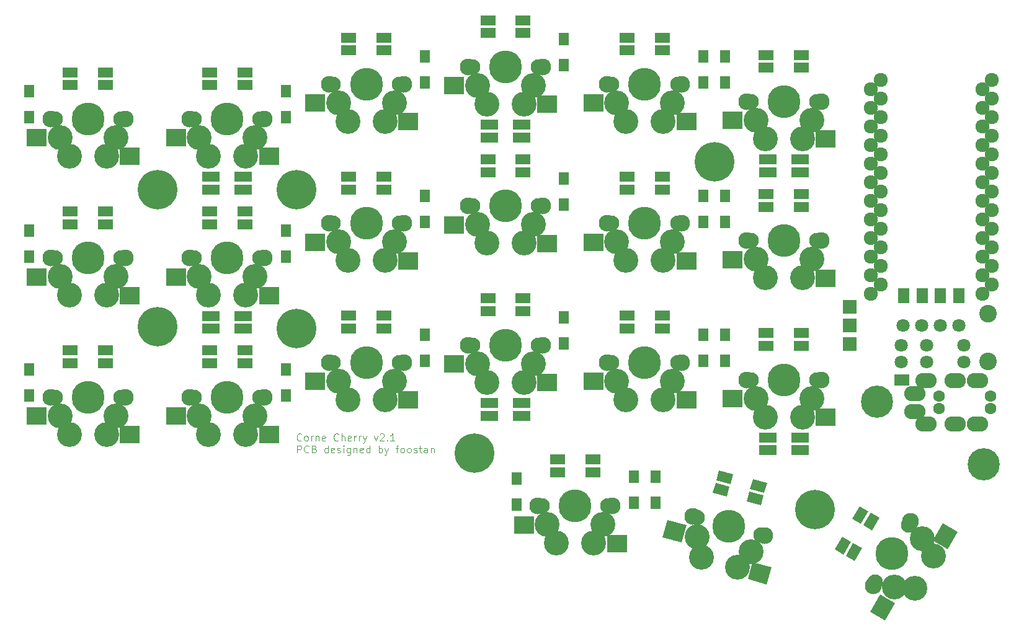
<source format=gts>
G04 #@! TF.GenerationSoftware,KiCad,Pcbnew,(5.1.6)-1*
G04 #@! TF.CreationDate,2020-05-17T06:20:34+03:00*
G04 #@! TF.ProjectId,corne-cherry,636f726e-652d-4636-9865-7272792e6b69,2.1*
G04 #@! TF.SameCoordinates,Original*
G04 #@! TF.FileFunction,Soldermask,Top*
G04 #@! TF.FilePolarity,Negative*
%FSLAX46Y46*%
G04 Gerber Fmt 4.6, Leading zero omitted, Abs format (unit mm)*
G04 Created by KiCad (PCBNEW (5.1.6)-1) date 2020-05-17 06:20:34*
%MOMM*%
%LPD*%
G01*
G04 APERTURE LIST*
%ADD10C,0.125000*%
%ADD11C,2.100000*%
%ADD12C,2.300000*%
%ADD13C,4.500000*%
%ADD14C,3.400000*%
%ADD15C,0.100000*%
%ADD16R,2.700000X2.400000*%
%ADD17C,1.600000*%
%ADD18O,2.900000X2.100000*%
%ADD19R,2.400000X1.400000*%
%ADD20R,2.000000X1.400000*%
%ADD21C,1.924000*%
%ADD22R,1.350000X1.700000*%
%ADD23C,1.797000*%
%ADD24R,1.543000X1.035000*%
%ADD25R,1.924000X1.924000*%
%ADD26C,5.400000*%
%ADD27C,4.400000*%
%ADD28C,2.400000*%
%ADD29R,0.800000X0.800000*%
%ADD30R,1.000000X1.543000*%
G04 APERTURE END LIST*
D10*
X99140773Y-120994642D02*
X99093154Y-121042261D01*
X98950297Y-121089880D01*
X98855059Y-121089880D01*
X98712202Y-121042261D01*
X98616964Y-120947023D01*
X98569345Y-120851785D01*
X98521726Y-120661309D01*
X98521726Y-120518452D01*
X98569345Y-120327976D01*
X98616964Y-120232738D01*
X98712202Y-120137500D01*
X98855059Y-120089880D01*
X98950297Y-120089880D01*
X99093154Y-120137500D01*
X99140773Y-120185119D01*
X99712202Y-121089880D02*
X99616964Y-121042261D01*
X99569345Y-120994642D01*
X99521726Y-120899404D01*
X99521726Y-120613690D01*
X99569345Y-120518452D01*
X99616964Y-120470833D01*
X99712202Y-120423214D01*
X99855059Y-120423214D01*
X99950297Y-120470833D01*
X99997916Y-120518452D01*
X100045535Y-120613690D01*
X100045535Y-120899404D01*
X99997916Y-120994642D01*
X99950297Y-121042261D01*
X99855059Y-121089880D01*
X99712202Y-121089880D01*
X100474107Y-121089880D02*
X100474107Y-120423214D01*
X100474107Y-120613690D02*
X100521726Y-120518452D01*
X100569345Y-120470833D01*
X100664583Y-120423214D01*
X100759821Y-120423214D01*
X101093154Y-120423214D02*
X101093154Y-121089880D01*
X101093154Y-120518452D02*
X101140773Y-120470833D01*
X101236011Y-120423214D01*
X101378869Y-120423214D01*
X101474107Y-120470833D01*
X101521726Y-120566071D01*
X101521726Y-121089880D01*
X102378869Y-121042261D02*
X102283630Y-121089880D01*
X102093154Y-121089880D01*
X101997916Y-121042261D01*
X101950297Y-120947023D01*
X101950297Y-120566071D01*
X101997916Y-120470833D01*
X102093154Y-120423214D01*
X102283630Y-120423214D01*
X102378869Y-120470833D01*
X102426488Y-120566071D01*
X102426488Y-120661309D01*
X101950297Y-120756547D01*
X104188392Y-120994642D02*
X104140773Y-121042261D01*
X103997916Y-121089880D01*
X103902678Y-121089880D01*
X103759821Y-121042261D01*
X103664583Y-120947023D01*
X103616964Y-120851785D01*
X103569345Y-120661309D01*
X103569345Y-120518452D01*
X103616964Y-120327976D01*
X103664583Y-120232738D01*
X103759821Y-120137500D01*
X103902678Y-120089880D01*
X103997916Y-120089880D01*
X104140773Y-120137500D01*
X104188392Y-120185119D01*
X104616964Y-121089880D02*
X104616964Y-120089880D01*
X105045535Y-121089880D02*
X105045535Y-120566071D01*
X104997916Y-120470833D01*
X104902678Y-120423214D01*
X104759821Y-120423214D01*
X104664583Y-120470833D01*
X104616964Y-120518452D01*
X105902678Y-121042261D02*
X105807440Y-121089880D01*
X105616964Y-121089880D01*
X105521726Y-121042261D01*
X105474107Y-120947023D01*
X105474107Y-120566071D01*
X105521726Y-120470833D01*
X105616964Y-120423214D01*
X105807440Y-120423214D01*
X105902678Y-120470833D01*
X105950297Y-120566071D01*
X105950297Y-120661309D01*
X105474107Y-120756547D01*
X106378869Y-121089880D02*
X106378869Y-120423214D01*
X106378869Y-120613690D02*
X106426488Y-120518452D01*
X106474107Y-120470833D01*
X106569345Y-120423214D01*
X106664583Y-120423214D01*
X106997916Y-121089880D02*
X106997916Y-120423214D01*
X106997916Y-120613690D02*
X107045535Y-120518452D01*
X107093154Y-120470833D01*
X107188392Y-120423214D01*
X107283630Y-120423214D01*
X107521726Y-120423214D02*
X107759821Y-121089880D01*
X107997916Y-120423214D02*
X107759821Y-121089880D01*
X107664583Y-121327976D01*
X107616964Y-121375595D01*
X107521726Y-121423214D01*
X109045535Y-120423214D02*
X109283630Y-121089880D01*
X109521726Y-120423214D01*
X109855059Y-120185119D02*
X109902678Y-120137500D01*
X109997916Y-120089880D01*
X110236011Y-120089880D01*
X110331250Y-120137500D01*
X110378869Y-120185119D01*
X110426488Y-120280357D01*
X110426488Y-120375595D01*
X110378869Y-120518452D01*
X109807440Y-121089880D01*
X110426488Y-121089880D01*
X110855059Y-120994642D02*
X110902678Y-121042261D01*
X110855059Y-121089880D01*
X110807440Y-121042261D01*
X110855059Y-120994642D01*
X110855059Y-121089880D01*
X111855059Y-121089880D02*
X111283630Y-121089880D01*
X111569345Y-121089880D02*
X111569345Y-120089880D01*
X111474107Y-120232738D01*
X111378869Y-120327976D01*
X111283630Y-120375595D01*
X98569345Y-122714880D02*
X98569345Y-121714880D01*
X98950297Y-121714880D01*
X99045535Y-121762500D01*
X99093154Y-121810119D01*
X99140773Y-121905357D01*
X99140773Y-122048214D01*
X99093154Y-122143452D01*
X99045535Y-122191071D01*
X98950297Y-122238690D01*
X98569345Y-122238690D01*
X100140773Y-122619642D02*
X100093154Y-122667261D01*
X99950297Y-122714880D01*
X99855059Y-122714880D01*
X99712202Y-122667261D01*
X99616964Y-122572023D01*
X99569345Y-122476785D01*
X99521726Y-122286309D01*
X99521726Y-122143452D01*
X99569345Y-121952976D01*
X99616964Y-121857738D01*
X99712202Y-121762500D01*
X99855059Y-121714880D01*
X99950297Y-121714880D01*
X100093154Y-121762500D01*
X100140773Y-121810119D01*
X100902678Y-122191071D02*
X101045535Y-122238690D01*
X101093154Y-122286309D01*
X101140773Y-122381547D01*
X101140773Y-122524404D01*
X101093154Y-122619642D01*
X101045535Y-122667261D01*
X100950297Y-122714880D01*
X100569345Y-122714880D01*
X100569345Y-121714880D01*
X100902678Y-121714880D01*
X100997916Y-121762500D01*
X101045535Y-121810119D01*
X101093154Y-121905357D01*
X101093154Y-122000595D01*
X101045535Y-122095833D01*
X100997916Y-122143452D01*
X100902678Y-122191071D01*
X100569345Y-122191071D01*
X102759821Y-122714880D02*
X102759821Y-121714880D01*
X102759821Y-122667261D02*
X102664583Y-122714880D01*
X102474107Y-122714880D01*
X102378869Y-122667261D01*
X102331250Y-122619642D01*
X102283630Y-122524404D01*
X102283630Y-122238690D01*
X102331250Y-122143452D01*
X102378869Y-122095833D01*
X102474107Y-122048214D01*
X102664583Y-122048214D01*
X102759821Y-122095833D01*
X103616964Y-122667261D02*
X103521726Y-122714880D01*
X103331250Y-122714880D01*
X103236011Y-122667261D01*
X103188392Y-122572023D01*
X103188392Y-122191071D01*
X103236011Y-122095833D01*
X103331250Y-122048214D01*
X103521726Y-122048214D01*
X103616964Y-122095833D01*
X103664583Y-122191071D01*
X103664583Y-122286309D01*
X103188392Y-122381547D01*
X104045535Y-122667261D02*
X104140773Y-122714880D01*
X104331250Y-122714880D01*
X104426488Y-122667261D01*
X104474107Y-122572023D01*
X104474107Y-122524404D01*
X104426488Y-122429166D01*
X104331250Y-122381547D01*
X104188392Y-122381547D01*
X104093154Y-122333928D01*
X104045535Y-122238690D01*
X104045535Y-122191071D01*
X104093154Y-122095833D01*
X104188392Y-122048214D01*
X104331250Y-122048214D01*
X104426488Y-122095833D01*
X104902678Y-122714880D02*
X104902678Y-122048214D01*
X104902678Y-121714880D02*
X104855059Y-121762500D01*
X104902678Y-121810119D01*
X104950297Y-121762500D01*
X104902678Y-121714880D01*
X104902678Y-121810119D01*
X105807440Y-122048214D02*
X105807440Y-122857738D01*
X105759821Y-122952976D01*
X105712202Y-123000595D01*
X105616964Y-123048214D01*
X105474107Y-123048214D01*
X105378869Y-123000595D01*
X105807440Y-122667261D02*
X105712202Y-122714880D01*
X105521726Y-122714880D01*
X105426488Y-122667261D01*
X105378869Y-122619642D01*
X105331250Y-122524404D01*
X105331250Y-122238690D01*
X105378869Y-122143452D01*
X105426488Y-122095833D01*
X105521726Y-122048214D01*
X105712202Y-122048214D01*
X105807440Y-122095833D01*
X106283630Y-122048214D02*
X106283630Y-122714880D01*
X106283630Y-122143452D02*
X106331250Y-122095833D01*
X106426488Y-122048214D01*
X106569345Y-122048214D01*
X106664583Y-122095833D01*
X106712202Y-122191071D01*
X106712202Y-122714880D01*
X107569345Y-122667261D02*
X107474107Y-122714880D01*
X107283630Y-122714880D01*
X107188392Y-122667261D01*
X107140773Y-122572023D01*
X107140773Y-122191071D01*
X107188392Y-122095833D01*
X107283630Y-122048214D01*
X107474107Y-122048214D01*
X107569345Y-122095833D01*
X107616964Y-122191071D01*
X107616964Y-122286309D01*
X107140773Y-122381547D01*
X108474107Y-122714880D02*
X108474107Y-121714880D01*
X108474107Y-122667261D02*
X108378869Y-122714880D01*
X108188392Y-122714880D01*
X108093154Y-122667261D01*
X108045535Y-122619642D01*
X107997916Y-122524404D01*
X107997916Y-122238690D01*
X108045535Y-122143452D01*
X108093154Y-122095833D01*
X108188392Y-122048214D01*
X108378869Y-122048214D01*
X108474107Y-122095833D01*
X109712202Y-122714880D02*
X109712202Y-121714880D01*
X109712202Y-122095833D02*
X109807440Y-122048214D01*
X109997916Y-122048214D01*
X110093154Y-122095833D01*
X110140773Y-122143452D01*
X110188392Y-122238690D01*
X110188392Y-122524404D01*
X110140773Y-122619642D01*
X110093154Y-122667261D01*
X109997916Y-122714880D01*
X109807440Y-122714880D01*
X109712202Y-122667261D01*
X110521726Y-122048214D02*
X110759821Y-122714880D01*
X110997916Y-122048214D02*
X110759821Y-122714880D01*
X110664583Y-122952976D01*
X110616964Y-123000595D01*
X110521726Y-123048214D01*
X111997916Y-122048214D02*
X112378869Y-122048214D01*
X112140773Y-122714880D02*
X112140773Y-121857738D01*
X112188392Y-121762500D01*
X112283630Y-121714880D01*
X112378869Y-121714880D01*
X112855059Y-122714880D02*
X112759821Y-122667261D01*
X112712202Y-122619642D01*
X112664583Y-122524404D01*
X112664583Y-122238690D01*
X112712202Y-122143452D01*
X112759821Y-122095833D01*
X112855059Y-122048214D01*
X112997916Y-122048214D01*
X113093154Y-122095833D01*
X113140773Y-122143452D01*
X113188392Y-122238690D01*
X113188392Y-122524404D01*
X113140773Y-122619642D01*
X113093154Y-122667261D01*
X112997916Y-122714880D01*
X112855059Y-122714880D01*
X113759821Y-122714880D02*
X113664583Y-122667261D01*
X113616964Y-122619642D01*
X113569345Y-122524404D01*
X113569345Y-122238690D01*
X113616964Y-122143452D01*
X113664583Y-122095833D01*
X113759821Y-122048214D01*
X113902678Y-122048214D01*
X113997916Y-122095833D01*
X114045535Y-122143452D01*
X114093154Y-122238690D01*
X114093154Y-122524404D01*
X114045535Y-122619642D01*
X113997916Y-122667261D01*
X113902678Y-122714880D01*
X113759821Y-122714880D01*
X114474107Y-122667261D02*
X114569345Y-122714880D01*
X114759821Y-122714880D01*
X114855059Y-122667261D01*
X114902678Y-122572023D01*
X114902678Y-122524404D01*
X114855059Y-122429166D01*
X114759821Y-122381547D01*
X114616964Y-122381547D01*
X114521726Y-122333928D01*
X114474107Y-122238690D01*
X114474107Y-122191071D01*
X114521726Y-122095833D01*
X114616964Y-122048214D01*
X114759821Y-122048214D01*
X114855059Y-122095833D01*
X115188392Y-122048214D02*
X115569345Y-122048214D01*
X115331250Y-121714880D02*
X115331250Y-122572023D01*
X115378869Y-122667261D01*
X115474107Y-122714880D01*
X115569345Y-122714880D01*
X116331250Y-122714880D02*
X116331250Y-122191071D01*
X116283630Y-122095833D01*
X116188392Y-122048214D01*
X115997916Y-122048214D01*
X115902678Y-122095833D01*
X116331250Y-122667261D02*
X116236011Y-122714880D01*
X115997916Y-122714880D01*
X115902678Y-122667261D01*
X115855059Y-122572023D01*
X115855059Y-122476785D01*
X115902678Y-122381547D01*
X115997916Y-122333928D01*
X116236011Y-122333928D01*
X116331250Y-122286309D01*
X116807440Y-122048214D02*
X116807440Y-122714880D01*
X116807440Y-122143452D02*
X116855059Y-122095833D01*
X116950297Y-122048214D01*
X117093154Y-122048214D01*
X117188392Y-122095833D01*
X117236011Y-122191071D01*
X117236011Y-122714880D01*
D11*
X177500000Y-140397114D03*
X182000000Y-132602886D03*
D12*
X182290000Y-132100591D03*
X177210000Y-140899409D03*
D13*
X179750000Y-136500000D03*
D14*
X182879409Y-141239705D03*
X180044705Y-141069557D03*
X185419409Y-136840295D03*
X183854705Y-134470443D03*
D15*
G36*
X187398280Y-135892789D02*
G01*
X185319820Y-134692789D01*
X186669820Y-132354521D01*
X188748280Y-133554521D01*
X187398280Y-135892789D01*
G37*
G36*
X178848576Y-145621312D02*
G01*
X176770116Y-144421312D01*
X178120116Y-142083044D01*
X180198576Y-143283044D01*
X178848576Y-145621312D01*
G37*
D11*
X65500000Y-77125000D03*
X74500000Y-77125000D03*
D12*
X75080000Y-77125000D03*
X64920000Y-77125000D03*
D13*
X70000000Y-77125000D03*
D14*
X67460000Y-82205000D03*
X66190000Y-79665001D03*
X72540000Y-82205000D03*
X73810000Y-79665000D03*
D16*
X75700000Y-82245000D03*
X63000000Y-79705000D03*
D11*
X132000000Y-130000000D03*
X141000000Y-130000000D03*
D12*
X141580000Y-130000000D03*
X131420000Y-130000000D03*
D13*
X136500000Y-130000000D03*
D14*
X133960000Y-135080000D03*
X132690000Y-132540001D03*
X139040000Y-135080000D03*
X140310000Y-132540000D03*
D16*
X142200000Y-135120000D03*
X129500000Y-132580000D03*
D11*
X160500000Y-112750000D03*
X169500000Y-112750000D03*
D12*
X170080000Y-112750000D03*
X159920000Y-112750000D03*
D13*
X165000000Y-112750000D03*
D14*
X162460000Y-117830000D03*
X161190000Y-115290001D03*
X167540000Y-117830000D03*
X168810000Y-115290000D03*
D16*
X170700000Y-117870000D03*
X158000000Y-115330000D03*
D11*
X103500000Y-110375000D03*
X112500000Y-110375000D03*
D12*
X113080000Y-110375000D03*
X102920000Y-110375000D03*
D13*
X108000000Y-110375000D03*
D14*
X105460000Y-115455000D03*
X104190000Y-112915001D03*
X110540000Y-115455000D03*
X111810000Y-112915000D03*
D16*
X113700000Y-115495000D03*
X101000000Y-112955000D03*
D11*
X84500000Y-115125000D03*
X93500000Y-115125000D03*
D12*
X94080000Y-115125000D03*
X83920000Y-115125000D03*
D13*
X89000000Y-115125000D03*
D14*
X86460000Y-120205000D03*
X85190000Y-117665001D03*
X91540000Y-120205000D03*
X92810000Y-117665000D03*
D16*
X94700000Y-120245000D03*
X82000000Y-117705000D03*
D11*
X65500000Y-115125000D03*
X74500000Y-115125000D03*
D12*
X75080000Y-115125000D03*
X64920000Y-115125000D03*
D13*
X70000000Y-115125000D03*
D14*
X67460000Y-120205000D03*
X66190000Y-117665001D03*
X72540000Y-120205000D03*
X73810000Y-117665000D03*
D16*
X75700000Y-120245000D03*
X63000000Y-117705000D03*
D11*
X160500000Y-93750000D03*
X169500000Y-93750000D03*
D12*
X170080000Y-93750000D03*
X159920000Y-93750000D03*
D13*
X165000000Y-93750000D03*
D14*
X162460000Y-98830000D03*
X161190000Y-96290001D03*
X167540000Y-98830000D03*
X168810000Y-96290000D03*
D16*
X170700000Y-98870000D03*
X158000000Y-96330000D03*
D11*
X141500000Y-91375000D03*
X150500000Y-91375000D03*
D12*
X151080000Y-91375000D03*
X140920000Y-91375000D03*
D13*
X146000000Y-91375000D03*
D14*
X143460000Y-96455000D03*
X142190000Y-93915001D03*
X148540000Y-96455000D03*
X149810000Y-93915000D03*
D16*
X151700000Y-96495000D03*
X139000000Y-93955000D03*
D11*
X122500000Y-89000000D03*
X131500000Y-89000000D03*
D12*
X132080000Y-89000000D03*
X121920000Y-89000000D03*
D13*
X127000000Y-89000000D03*
D14*
X124460000Y-94080000D03*
X123190000Y-91540001D03*
X129540000Y-94080000D03*
X130810000Y-91540000D03*
D16*
X132700000Y-94120000D03*
X120000000Y-91580000D03*
D11*
X103500000Y-91375000D03*
X112500000Y-91375000D03*
D12*
X113080000Y-91375000D03*
X102920000Y-91375000D03*
D13*
X108000000Y-91375000D03*
D14*
X105460000Y-96455000D03*
X104190000Y-93915001D03*
X110540000Y-96455000D03*
X111810000Y-93915000D03*
D16*
X113700000Y-96495000D03*
X101000000Y-93955000D03*
D11*
X84500000Y-96125000D03*
X93500000Y-96125000D03*
D12*
X94080000Y-96125000D03*
X83920000Y-96125000D03*
D13*
X89000000Y-96125000D03*
D14*
X86460000Y-101205000D03*
X85190000Y-98665001D03*
X91540000Y-101205000D03*
X92810000Y-98665000D03*
D16*
X94700000Y-101245000D03*
X82000000Y-98705000D03*
D11*
X65500000Y-96125000D03*
X74500000Y-96125000D03*
D12*
X75080000Y-96125000D03*
X64920000Y-96125000D03*
D13*
X70000000Y-96125000D03*
D14*
X67460000Y-101205000D03*
X66190000Y-98665001D03*
X72540000Y-101205000D03*
X73810000Y-98665000D03*
D16*
X75700000Y-101245000D03*
X63000000Y-98705000D03*
D11*
X160500000Y-74750000D03*
X169500000Y-74750000D03*
D12*
X170080000Y-74750000D03*
X159920000Y-74750000D03*
D13*
X165000000Y-74750000D03*
D14*
X162460000Y-79830000D03*
X161190000Y-77290001D03*
X167540000Y-79830000D03*
X168810000Y-77290000D03*
D16*
X170700000Y-79870000D03*
X158000000Y-77330000D03*
D11*
X141500000Y-72375000D03*
X150500000Y-72375000D03*
D12*
X151080000Y-72375000D03*
X140920000Y-72375000D03*
D13*
X146000000Y-72375000D03*
D14*
X143460000Y-77455000D03*
X142190000Y-74915001D03*
X148540000Y-77455000D03*
X149810000Y-74915000D03*
D16*
X151700000Y-77495000D03*
X139000000Y-74955000D03*
D11*
X103500000Y-72375000D03*
X112500000Y-72375000D03*
D12*
X113080000Y-72375000D03*
X102920000Y-72375000D03*
D13*
X108000000Y-72375000D03*
D14*
X105460000Y-77455000D03*
X104190000Y-74915001D03*
X110540000Y-77455000D03*
X111810000Y-74915000D03*
D16*
X113700000Y-77495000D03*
X101000000Y-74955000D03*
D11*
X84500000Y-77125000D03*
X93500000Y-77125000D03*
D12*
X94080000Y-77125000D03*
X83920000Y-77125000D03*
D13*
X89000000Y-77125000D03*
D14*
X86460000Y-82205000D03*
X85190000Y-79665001D03*
X91540000Y-82205000D03*
X92810000Y-79665000D03*
D16*
X94700000Y-82245000D03*
X82000000Y-79705000D03*
D11*
X141500000Y-110375000D03*
X150500000Y-110375000D03*
D12*
X151080000Y-110375000D03*
X140920000Y-110375000D03*
D13*
X146000000Y-110375000D03*
D14*
X143460000Y-115455000D03*
X142190000Y-112915001D03*
X148540000Y-115455000D03*
X149810000Y-112915000D03*
D16*
X151700000Y-115495000D03*
X139000000Y-112955000D03*
D11*
X153153334Y-131585314D03*
X161846666Y-133914686D03*
D12*
X162406903Y-134064801D03*
X152593097Y-131435199D03*
D13*
X157500000Y-132750000D03*
D14*
X153731748Y-136999503D03*
X153162422Y-134217352D03*
X158638651Y-138314304D03*
X160522777Y-136189552D03*
D15*
G36*
X160066041Y-139980514D02*
G01*
X160687207Y-137662292D01*
X163295207Y-138361104D01*
X162674041Y-140679326D01*
X160066041Y-139980514D01*
G37*
G36*
X148456183Y-134240060D02*
G01*
X149077349Y-131921838D01*
X151685349Y-132620650D01*
X151064183Y-134938872D01*
X148456183Y-134240060D01*
G37*
D11*
X122500000Y-70000000D03*
X131500000Y-70000000D03*
D12*
X132080000Y-70000000D03*
X121920000Y-70000000D03*
D13*
X127000000Y-70000000D03*
D14*
X124460000Y-75080000D03*
X123190000Y-72540001D03*
X129540000Y-75080000D03*
X130810000Y-72540000D03*
D16*
X132700000Y-75120000D03*
X120000000Y-72580000D03*
D11*
X122500000Y-108000000D03*
X131500000Y-108000000D03*
D12*
X132080000Y-108000000D03*
X121920000Y-108000000D03*
D13*
X127000000Y-108000000D03*
D14*
X124460000Y-113080000D03*
X123190000Y-110540001D03*
X129540000Y-113080000D03*
X130810000Y-110540000D03*
D16*
X132700000Y-113120000D03*
X120000000Y-110580000D03*
D17*
X186200000Y-114950000D03*
X193200000Y-114950000D03*
D18*
X184400000Y-112850000D03*
X182900000Y-117050000D03*
X191400000Y-112850000D03*
X188400000Y-112850000D03*
D17*
X193200000Y-116700000D03*
X186200000Y-116700000D03*
D18*
X191400000Y-118800000D03*
X188400000Y-118800000D03*
X184400000Y-118800000D03*
X182900000Y-114600000D03*
D19*
X162800000Y-122375000D03*
X162800000Y-120625000D03*
X167200000Y-122375000D03*
X167200000Y-120625000D03*
X167200000Y-82625000D03*
X167200000Y-84375000D03*
X162800000Y-82625000D03*
X162800000Y-84375000D03*
X129200000Y-77925000D03*
X129200000Y-79675000D03*
X124800000Y-77925000D03*
X124800000Y-79675000D03*
X91200000Y-85025000D03*
X91200000Y-86775000D03*
X86800000Y-85025000D03*
X86800000Y-86775000D03*
X86800000Y-105775000D03*
X86800000Y-104025000D03*
X91200000Y-105775000D03*
X91200000Y-104025000D03*
X124800000Y-117675000D03*
X124800000Y-115925000D03*
X129200000Y-117675000D03*
X129200000Y-115925000D03*
D15*
G36*
X176851554Y-130893014D02*
G01*
X178063990Y-131593014D01*
X177063990Y-133325064D01*
X175851554Y-132625064D01*
X176851554Y-130893014D01*
G37*
G36*
X175336010Y-130018014D02*
G01*
X176548446Y-130718014D01*
X175548446Y-132450064D01*
X174336010Y-131750064D01*
X175336010Y-130018014D01*
G37*
G36*
X174451554Y-135049936D02*
G01*
X175663990Y-135749936D01*
X174663990Y-137481986D01*
X173451554Y-136781986D01*
X174451554Y-135049936D01*
G37*
G36*
X172936010Y-134174936D02*
G01*
X174148446Y-134874936D01*
X173148446Y-136606986D01*
X171936010Y-135906986D01*
X172936010Y-134174936D01*
G37*
G36*
X155761146Y-126450978D02*
G01*
X156123493Y-125098682D01*
X158055344Y-125616320D01*
X157692997Y-126968616D01*
X155761146Y-126450978D01*
G37*
G36*
X155308212Y-128141348D02*
G01*
X155670559Y-126789052D01*
X157602410Y-127306690D01*
X157240063Y-128658986D01*
X155308212Y-128141348D01*
G37*
G36*
X160397590Y-127693310D02*
G01*
X160759937Y-126341014D01*
X162691788Y-126858652D01*
X162329441Y-128210948D01*
X160397590Y-127693310D01*
G37*
G36*
X159944656Y-129383680D02*
G01*
X160307003Y-128031384D01*
X162238854Y-128549022D01*
X161876507Y-129901318D01*
X159944656Y-129383680D01*
G37*
D20*
X134100000Y-123625000D03*
X134100000Y-125375000D03*
X138900000Y-123625000D03*
X138900000Y-125375000D03*
X162600000Y-106375000D03*
X162600000Y-108125000D03*
X167400000Y-106375000D03*
X167400000Y-108125000D03*
X143600000Y-104000000D03*
X143600000Y-105750000D03*
X148400000Y-104000000D03*
X148400000Y-105750000D03*
X124600000Y-101625000D03*
X124600000Y-103375000D03*
X129400000Y-101625000D03*
X129400000Y-103375000D03*
X105600000Y-104000000D03*
X105600000Y-105750000D03*
X110400000Y-104000000D03*
X110400000Y-105750000D03*
X86600000Y-108750000D03*
X86600000Y-110500000D03*
X91400000Y-108750000D03*
X91400000Y-110500000D03*
X67600000Y-108750000D03*
X67600000Y-110500000D03*
X72400000Y-108750000D03*
X72400000Y-110500000D03*
X162600000Y-87375000D03*
X162600000Y-89125000D03*
X167400000Y-87375000D03*
X167400000Y-89125000D03*
X143600000Y-85000000D03*
X143600000Y-86750000D03*
X148400000Y-85000000D03*
X148400000Y-86750000D03*
X124600000Y-82625000D03*
X124600000Y-84375000D03*
X129400000Y-82625000D03*
X129400000Y-84375000D03*
X105600000Y-85000000D03*
X105600000Y-86750000D03*
X110400000Y-85000000D03*
X110400000Y-86750000D03*
X86600000Y-89750000D03*
X86600000Y-91500000D03*
X91400000Y-89750000D03*
X91400000Y-91500000D03*
X67600000Y-89750000D03*
X67600000Y-91500000D03*
X72400000Y-89750000D03*
X72400000Y-91500000D03*
X162600000Y-68375000D03*
X162600000Y-70125000D03*
X167400000Y-68375000D03*
X167400000Y-70125000D03*
X143600000Y-66000000D03*
X143600000Y-67750000D03*
X148400000Y-66000000D03*
X148400000Y-67750000D03*
X124600000Y-63625000D03*
X124600000Y-65375000D03*
X129400000Y-63625000D03*
X129400000Y-65375000D03*
X105600000Y-66000000D03*
X105600000Y-67750000D03*
X110400000Y-66000000D03*
X110400000Y-67750000D03*
X86600000Y-70750000D03*
X86600000Y-72500000D03*
X91400000Y-70750000D03*
X91400000Y-72500000D03*
X67600000Y-70750000D03*
X67600000Y-72500000D03*
X72400000Y-70750000D03*
X72400000Y-72500000D03*
D21*
X192100000Y-73042000D03*
X192100000Y-75582000D03*
X192100000Y-78122000D03*
X192100000Y-80662000D03*
X192100000Y-83202000D03*
X192100000Y-85742000D03*
X192100000Y-88282000D03*
X192100000Y-90822000D03*
X192100000Y-93362000D03*
X192100000Y-95902000D03*
X192100000Y-98442000D03*
X192100000Y-100982000D03*
X176860000Y-100982000D03*
X176860000Y-98442000D03*
X176860000Y-95902000D03*
X176860000Y-93362000D03*
X176860000Y-90822000D03*
X176860000Y-88282000D03*
X176860000Y-85742000D03*
X176860000Y-83202000D03*
X176860000Y-80662000D03*
X176860000Y-78122000D03*
X176860000Y-75582000D03*
X176860000Y-73042000D03*
X193406400Y-71772000D03*
X193406400Y-74312000D03*
X193406400Y-76852000D03*
X193406400Y-79392000D03*
X193406400Y-81932000D03*
X193406400Y-84472000D03*
X193406400Y-87012000D03*
X193406400Y-89552000D03*
X193406400Y-92092000D03*
X193406400Y-94632000D03*
X193406400Y-97172000D03*
X193406400Y-99712000D03*
X178186400Y-99712000D03*
X178186400Y-97172000D03*
X178186400Y-94632000D03*
X178186400Y-92092000D03*
X178186400Y-89552000D03*
X178186400Y-87012000D03*
X178186400Y-84472000D03*
X178186400Y-81932000D03*
X178186400Y-79392000D03*
X178186400Y-76852000D03*
X178186400Y-74312000D03*
X178186400Y-71772000D03*
D22*
X154000000Y-72150000D03*
X154000000Y-68600000D03*
X62000000Y-76900000D03*
X62000000Y-73350000D03*
X97000000Y-76900000D03*
X97000000Y-73350000D03*
X116000000Y-72150000D03*
X116000000Y-68600000D03*
X135000000Y-69775000D03*
X135000000Y-66225000D03*
X157000000Y-72150000D03*
X157000000Y-68600000D03*
X62000000Y-95900000D03*
X62000000Y-92350000D03*
X97000000Y-95900000D03*
X97000000Y-92350000D03*
X116000000Y-91150000D03*
X116000000Y-87600000D03*
X135000000Y-88775000D03*
X135000000Y-85225000D03*
X154000000Y-91150000D03*
X154000000Y-87600000D03*
X157000000Y-91150000D03*
X157000000Y-87600000D03*
X62000000Y-114900000D03*
X62000000Y-111350000D03*
X97000000Y-114900000D03*
X97000000Y-111350000D03*
X116000000Y-110150000D03*
X116000000Y-106600000D03*
X135000000Y-107775000D03*
X135000000Y-104225000D03*
X157000000Y-110150000D03*
X157000000Y-106600000D03*
X128500000Y-129775000D03*
X128500000Y-126225000D03*
X144500000Y-129525000D03*
X144500000Y-125975000D03*
X147500000Y-129525000D03*
X147500000Y-125975000D03*
X154000000Y-110150000D03*
X154000000Y-106600000D03*
D23*
X189540000Y-108000000D03*
X184460000Y-108000000D03*
X189540000Y-110300000D03*
X184460000Y-110300000D03*
D24*
X188875000Y-100749620D03*
X188875000Y-101750380D03*
X186375000Y-100749620D03*
X186375000Y-101750380D03*
X183875000Y-100749620D03*
X183875000Y-101750380D03*
X181375000Y-100749620D03*
X181375000Y-101750380D03*
D25*
X174000000Y-102820000D03*
X174000000Y-105360000D03*
X174000000Y-107900000D03*
D23*
X181300000Y-105300000D03*
X183840000Y-105300000D03*
X186380000Y-105300000D03*
X188920000Y-105300000D03*
D26*
X79500000Y-105500000D03*
D27*
X177750000Y-115750000D03*
X192250000Y-124250000D03*
D26*
X79500000Y-86750000D03*
X98500000Y-86750000D03*
X98500000Y-105750000D03*
X155500000Y-83000000D03*
X122750000Y-122750000D03*
X169250000Y-130500000D03*
D23*
X181000000Y-108000000D03*
X181000000Y-110300000D03*
D28*
X192900000Y-103750000D03*
X192900000Y-110250000D03*
D29*
X181100000Y-112800000D03*
D30*
X180600000Y-112800000D03*
X181600000Y-112800000D03*
M02*

</source>
